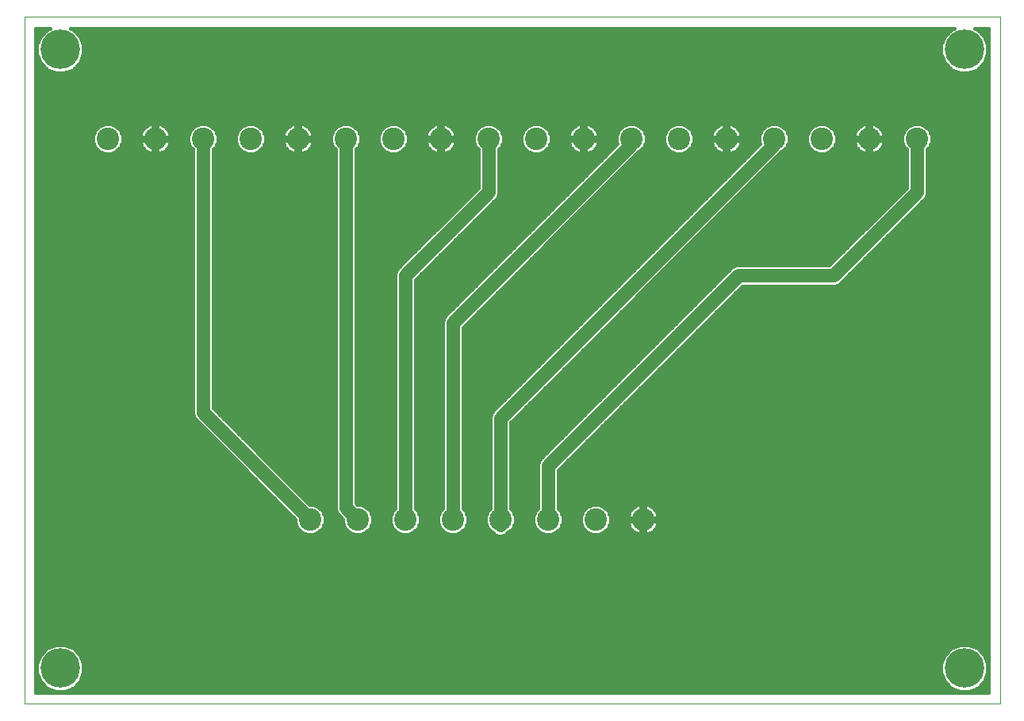
<source format=gtl>
G75*
%MOIN*%
%OFA0B0*%
%FSLAX25Y25*%
%IPPOS*%
%LPD*%
%AMOC8*
5,1,8,0,0,1.08239X$1,22.5*
%
%ADD10C,0.00000*%
%ADD11C,0.09449*%
%ADD12C,0.01600*%
%ADD13C,0.05600*%
%ADD14C,0.16598*%
D10*
X0001800Y0001800D02*
X0001800Y0290501D01*
X0411721Y0290501D01*
X0411721Y0001800D01*
X0001800Y0001800D01*
D11*
X0121800Y0079300D03*
X0141800Y0079300D03*
X0161800Y0079300D03*
X0181800Y0079300D03*
X0201800Y0079300D03*
X0221800Y0079300D03*
X0241800Y0079300D03*
X0261800Y0079300D03*
X0256800Y0239300D03*
X0276800Y0239300D03*
X0296800Y0239300D03*
X0316800Y0239300D03*
X0336800Y0239300D03*
X0356800Y0239300D03*
X0376800Y0239300D03*
X0236800Y0239300D03*
X0216800Y0239300D03*
X0196800Y0239300D03*
X0176800Y0239300D03*
X0156800Y0239300D03*
X0136800Y0239300D03*
X0116800Y0239300D03*
X0096800Y0239300D03*
X0076800Y0239300D03*
X0056800Y0239300D03*
X0036800Y0239300D03*
D12*
X0030998Y0236781D02*
X0006600Y0236781D01*
X0006600Y0235183D02*
X0031973Y0235183D01*
X0031438Y0235718D02*
X0033218Y0233938D01*
X0035542Y0232976D01*
X0038058Y0232976D01*
X0040382Y0233938D01*
X0042162Y0235718D01*
X0043124Y0238042D01*
X0043124Y0240558D01*
X0042162Y0242882D01*
X0040382Y0244662D01*
X0038058Y0245624D01*
X0035542Y0245624D01*
X0033218Y0244662D01*
X0031438Y0242882D01*
X0030476Y0240558D01*
X0030476Y0238042D01*
X0031438Y0235718D01*
X0030476Y0238380D02*
X0006600Y0238380D01*
X0006600Y0239978D02*
X0030476Y0239978D01*
X0030898Y0241577D02*
X0006600Y0241577D01*
X0006600Y0243175D02*
X0031731Y0243175D01*
X0033488Y0244774D02*
X0006600Y0244774D01*
X0006600Y0246372D02*
X0406921Y0246372D01*
X0406921Y0244774D02*
X0380112Y0244774D01*
X0380382Y0244662D02*
X0378058Y0245624D01*
X0375542Y0245624D01*
X0373218Y0244662D01*
X0371438Y0242882D01*
X0370476Y0240558D01*
X0370476Y0238042D01*
X0371438Y0235718D01*
X0372400Y0234756D01*
X0372400Y0218623D01*
X0339977Y0186200D01*
X0300925Y0186200D01*
X0299308Y0185530D01*
X0219308Y0105530D01*
X0218070Y0104292D01*
X0217400Y0102675D01*
X0217400Y0083844D01*
X0216438Y0082882D01*
X0215476Y0080558D01*
X0215476Y0078042D01*
X0216438Y0075718D01*
X0218218Y0073938D01*
X0220542Y0072976D01*
X0223058Y0072976D01*
X0225382Y0073938D01*
X0227162Y0075718D01*
X0228124Y0078042D01*
X0228124Y0080558D01*
X0227162Y0082882D01*
X0226200Y0083844D01*
X0226200Y0099977D01*
X0303623Y0177400D01*
X0342675Y0177400D01*
X0344292Y0178070D01*
X0345530Y0179308D01*
X0380530Y0214308D01*
X0381200Y0215925D01*
X0381200Y0234756D01*
X0382162Y0235718D01*
X0383124Y0238042D01*
X0383124Y0240558D01*
X0382162Y0242882D01*
X0380382Y0244662D01*
X0381869Y0243175D02*
X0406921Y0243175D01*
X0406921Y0241577D02*
X0382702Y0241577D01*
X0383124Y0239978D02*
X0406921Y0239978D01*
X0406921Y0238380D02*
X0383124Y0238380D01*
X0382602Y0236781D02*
X0406921Y0236781D01*
X0406921Y0235183D02*
X0381627Y0235183D01*
X0381200Y0233584D02*
X0406921Y0233584D01*
X0406921Y0231986D02*
X0381200Y0231986D01*
X0381200Y0230387D02*
X0406921Y0230387D01*
X0406921Y0228789D02*
X0381200Y0228789D01*
X0381200Y0227190D02*
X0406921Y0227190D01*
X0406921Y0225592D02*
X0381200Y0225592D01*
X0381200Y0223993D02*
X0406921Y0223993D01*
X0406921Y0222395D02*
X0381200Y0222395D01*
X0381200Y0220796D02*
X0406921Y0220796D01*
X0406921Y0219198D02*
X0381200Y0219198D01*
X0381200Y0217599D02*
X0406921Y0217599D01*
X0406921Y0216001D02*
X0381200Y0216001D01*
X0380569Y0214402D02*
X0406921Y0214402D01*
X0406921Y0212803D02*
X0379026Y0212803D01*
X0377428Y0211205D02*
X0406921Y0211205D01*
X0406921Y0209606D02*
X0375829Y0209606D01*
X0374230Y0208008D02*
X0406921Y0208008D01*
X0406921Y0206409D02*
X0372632Y0206409D01*
X0371033Y0204811D02*
X0406921Y0204811D01*
X0406921Y0203212D02*
X0369435Y0203212D01*
X0367836Y0201614D02*
X0406921Y0201614D01*
X0406921Y0200015D02*
X0366238Y0200015D01*
X0364639Y0198417D02*
X0406921Y0198417D01*
X0406921Y0196818D02*
X0363041Y0196818D01*
X0361442Y0195220D02*
X0406921Y0195220D01*
X0406921Y0193621D02*
X0359844Y0193621D01*
X0358245Y0192023D02*
X0406921Y0192023D01*
X0406921Y0190424D02*
X0356647Y0190424D01*
X0355048Y0188826D02*
X0406921Y0188826D01*
X0406921Y0187227D02*
X0353450Y0187227D01*
X0351851Y0185629D02*
X0406921Y0185629D01*
X0406921Y0184030D02*
X0350253Y0184030D01*
X0348654Y0182432D02*
X0406921Y0182432D01*
X0406921Y0180833D02*
X0347056Y0180833D01*
X0345457Y0179235D02*
X0406921Y0179235D01*
X0406921Y0177636D02*
X0343246Y0177636D01*
X0341005Y0187227D02*
X0273450Y0187227D01*
X0271851Y0185629D02*
X0299546Y0185629D01*
X0297808Y0184030D02*
X0270253Y0184030D01*
X0268654Y0182432D02*
X0296209Y0182432D01*
X0294611Y0180833D02*
X0267056Y0180833D01*
X0265457Y0179235D02*
X0293012Y0179235D01*
X0291414Y0177636D02*
X0263859Y0177636D01*
X0262260Y0176038D02*
X0289815Y0176038D01*
X0288217Y0174439D02*
X0260662Y0174439D01*
X0259063Y0172841D02*
X0286618Y0172841D01*
X0285020Y0171242D02*
X0257465Y0171242D01*
X0255866Y0169644D02*
X0283421Y0169644D01*
X0281823Y0168045D02*
X0254268Y0168045D01*
X0252669Y0166447D02*
X0280224Y0166447D01*
X0278626Y0164848D02*
X0251071Y0164848D01*
X0249472Y0163250D02*
X0277027Y0163250D01*
X0275429Y0161651D02*
X0247874Y0161651D01*
X0246275Y0160053D02*
X0273830Y0160053D01*
X0272232Y0158454D02*
X0244677Y0158454D01*
X0243078Y0156856D02*
X0270633Y0156856D01*
X0269035Y0155257D02*
X0241480Y0155257D01*
X0239881Y0153659D02*
X0267436Y0153659D01*
X0265838Y0152060D02*
X0238283Y0152060D01*
X0236684Y0150462D02*
X0264239Y0150462D01*
X0262641Y0148863D02*
X0235086Y0148863D01*
X0233487Y0147265D02*
X0261042Y0147265D01*
X0259443Y0145666D02*
X0231889Y0145666D01*
X0230290Y0144068D02*
X0257845Y0144068D01*
X0256246Y0142469D02*
X0228692Y0142469D01*
X0227093Y0140870D02*
X0254648Y0140870D01*
X0253049Y0139272D02*
X0225495Y0139272D01*
X0223896Y0137673D02*
X0251451Y0137673D01*
X0249852Y0136075D02*
X0222297Y0136075D01*
X0220699Y0134476D02*
X0248254Y0134476D01*
X0246655Y0132878D02*
X0219100Y0132878D01*
X0217502Y0131279D02*
X0245057Y0131279D01*
X0243458Y0129681D02*
X0215903Y0129681D01*
X0214305Y0128082D02*
X0241860Y0128082D01*
X0240261Y0126484D02*
X0212706Y0126484D01*
X0211108Y0124885D02*
X0238663Y0124885D01*
X0237064Y0123287D02*
X0209509Y0123287D01*
X0207911Y0121688D02*
X0235466Y0121688D01*
X0233867Y0120090D02*
X0206312Y0120090D01*
X0206200Y0119977D02*
X0320004Y0233782D01*
X0320382Y0233938D01*
X0322162Y0235718D01*
X0323124Y0238042D01*
X0323124Y0240558D01*
X0322162Y0242882D01*
X0320382Y0244662D01*
X0318058Y0245624D01*
X0315542Y0245624D01*
X0313218Y0244662D01*
X0311438Y0242882D01*
X0310476Y0240558D01*
X0310476Y0238042D01*
X0310869Y0237092D01*
X0199308Y0125530D01*
X0198070Y0124292D01*
X0197400Y0122675D01*
X0197400Y0083844D01*
X0196438Y0082882D01*
X0195476Y0080558D01*
X0195476Y0078042D01*
X0196438Y0075718D01*
X0198218Y0073938D01*
X0198596Y0073782D01*
X0199308Y0073070D01*
X0200925Y0072400D01*
X0202675Y0072400D01*
X0204292Y0073070D01*
X0205004Y0073782D01*
X0205382Y0073938D01*
X0207162Y0075718D01*
X0208124Y0078042D01*
X0208124Y0080558D01*
X0207162Y0082882D01*
X0206200Y0083844D01*
X0206200Y0119977D01*
X0206200Y0118491D02*
X0232269Y0118491D01*
X0230670Y0116893D02*
X0206200Y0116893D01*
X0206200Y0115294D02*
X0229072Y0115294D01*
X0227473Y0113696D02*
X0206200Y0113696D01*
X0206200Y0112097D02*
X0225875Y0112097D01*
X0224276Y0110499D02*
X0206200Y0110499D01*
X0206200Y0108900D02*
X0222678Y0108900D01*
X0221079Y0107302D02*
X0206200Y0107302D01*
X0206200Y0105703D02*
X0219481Y0105703D01*
X0217992Y0104105D02*
X0206200Y0104105D01*
X0206200Y0102506D02*
X0217400Y0102506D01*
X0217400Y0100908D02*
X0206200Y0100908D01*
X0206200Y0099309D02*
X0217400Y0099309D01*
X0217400Y0097711D02*
X0206200Y0097711D01*
X0206200Y0096112D02*
X0217400Y0096112D01*
X0217400Y0094514D02*
X0206200Y0094514D01*
X0206200Y0092915D02*
X0217400Y0092915D01*
X0217400Y0091317D02*
X0206200Y0091317D01*
X0206200Y0089718D02*
X0217400Y0089718D01*
X0217400Y0088120D02*
X0206200Y0088120D01*
X0206200Y0086521D02*
X0217400Y0086521D01*
X0217400Y0084923D02*
X0206200Y0084923D01*
X0206720Y0083324D02*
X0216880Y0083324D01*
X0215959Y0081726D02*
X0207641Y0081726D01*
X0208124Y0080127D02*
X0215476Y0080127D01*
X0215476Y0078529D02*
X0208124Y0078529D01*
X0207664Y0076930D02*
X0215936Y0076930D01*
X0216824Y0075332D02*
X0206776Y0075332D01*
X0204956Y0073733D02*
X0218713Y0073733D01*
X0224887Y0073733D02*
X0238713Y0073733D01*
X0238218Y0073938D02*
X0240542Y0072976D01*
X0243058Y0072976D01*
X0245382Y0073938D01*
X0247162Y0075718D01*
X0248124Y0078042D01*
X0248124Y0080558D01*
X0247162Y0082882D01*
X0245382Y0084662D01*
X0243058Y0085624D01*
X0240542Y0085624D01*
X0238218Y0084662D01*
X0236438Y0082882D01*
X0235476Y0080558D01*
X0235476Y0078042D01*
X0236438Y0075718D01*
X0238218Y0073938D01*
X0236824Y0075332D02*
X0226776Y0075332D01*
X0227664Y0076930D02*
X0235936Y0076930D01*
X0235476Y0078529D02*
X0228124Y0078529D01*
X0228124Y0080127D02*
X0235476Y0080127D01*
X0235959Y0081726D02*
X0227641Y0081726D01*
X0226720Y0083324D02*
X0236880Y0083324D01*
X0238848Y0084923D02*
X0226200Y0084923D01*
X0226200Y0086521D02*
X0406921Y0086521D01*
X0406921Y0084923D02*
X0265110Y0084923D01*
X0265433Y0084736D02*
X0264692Y0085164D01*
X0263902Y0085491D01*
X0263076Y0085713D01*
X0262575Y0085779D01*
X0262575Y0080075D01*
X0268279Y0080075D01*
X0268213Y0080576D01*
X0267991Y0081402D01*
X0267664Y0082192D01*
X0267236Y0082933D01*
X0266716Y0083611D01*
X0266111Y0084216D01*
X0265433Y0084736D01*
X0266936Y0083324D02*
X0406921Y0083324D01*
X0406921Y0081726D02*
X0267857Y0081726D01*
X0268272Y0080127D02*
X0406921Y0080127D01*
X0406921Y0078529D02*
X0262575Y0078529D01*
X0262575Y0078525D02*
X0262575Y0080075D01*
X0261025Y0080075D01*
X0261025Y0085779D01*
X0260524Y0085713D01*
X0259698Y0085491D01*
X0258908Y0085164D01*
X0258167Y0084736D01*
X0257489Y0084216D01*
X0256884Y0083611D01*
X0256364Y0082933D01*
X0255936Y0082192D01*
X0255609Y0081402D01*
X0255387Y0080576D01*
X0255321Y0080075D01*
X0261025Y0080075D01*
X0261025Y0078525D01*
X0262575Y0078525D01*
X0268279Y0078525D01*
X0268213Y0078024D01*
X0267991Y0077198D01*
X0267664Y0076408D01*
X0267236Y0075667D01*
X0266716Y0074989D01*
X0266111Y0074384D01*
X0265433Y0073864D01*
X0264692Y0073436D01*
X0263902Y0073109D01*
X0263076Y0072887D01*
X0262575Y0072821D01*
X0262575Y0078525D01*
X0261025Y0078525D02*
X0261025Y0072821D01*
X0260524Y0072887D01*
X0259698Y0073109D01*
X0258908Y0073436D01*
X0258167Y0073864D01*
X0257489Y0074384D01*
X0256884Y0074989D01*
X0256364Y0075667D01*
X0255936Y0076408D01*
X0255609Y0077198D01*
X0255387Y0078024D01*
X0255321Y0078525D01*
X0261025Y0078525D01*
X0261025Y0078529D02*
X0248124Y0078529D01*
X0248124Y0080127D02*
X0255328Y0080127D01*
X0255743Y0081726D02*
X0247641Y0081726D01*
X0246720Y0083324D02*
X0256664Y0083324D01*
X0258490Y0084923D02*
X0244752Y0084923D01*
X0247664Y0076930D02*
X0255720Y0076930D01*
X0256621Y0075332D02*
X0246776Y0075332D01*
X0244887Y0073733D02*
X0258393Y0073733D01*
X0261025Y0073733D02*
X0262575Y0073733D01*
X0262575Y0075332D02*
X0261025Y0075332D01*
X0261025Y0076930D02*
X0262575Y0076930D01*
X0262575Y0080127D02*
X0261025Y0080127D01*
X0261025Y0081726D02*
X0262575Y0081726D01*
X0262575Y0083324D02*
X0261025Y0083324D01*
X0261025Y0084923D02*
X0262575Y0084923D01*
X0267880Y0076930D02*
X0406921Y0076930D01*
X0406921Y0075332D02*
X0266979Y0075332D01*
X0265207Y0073733D02*
X0406921Y0073733D01*
X0406921Y0072134D02*
X0006600Y0072134D01*
X0006600Y0070536D02*
X0406921Y0070536D01*
X0406921Y0068937D02*
X0006600Y0068937D01*
X0006600Y0067339D02*
X0406921Y0067339D01*
X0406921Y0065740D02*
X0006600Y0065740D01*
X0006600Y0064142D02*
X0406921Y0064142D01*
X0406921Y0062543D02*
X0006600Y0062543D01*
X0006600Y0060945D02*
X0406921Y0060945D01*
X0406921Y0059346D02*
X0006600Y0059346D01*
X0006600Y0057748D02*
X0406921Y0057748D01*
X0406921Y0056149D02*
X0006600Y0056149D01*
X0006600Y0054551D02*
X0406921Y0054551D01*
X0406921Y0052952D02*
X0006600Y0052952D01*
X0006600Y0051354D02*
X0406921Y0051354D01*
X0406921Y0049755D02*
X0006600Y0049755D01*
X0006600Y0048157D02*
X0406921Y0048157D01*
X0406921Y0046558D02*
X0006600Y0046558D01*
X0006600Y0044960D02*
X0406921Y0044960D01*
X0406921Y0043361D02*
X0006600Y0043361D01*
X0006600Y0041763D02*
X0406921Y0041763D01*
X0406921Y0040164D02*
X0006600Y0040164D01*
X0006600Y0038566D02*
X0406921Y0038566D01*
X0406921Y0036967D02*
X0006600Y0036967D01*
X0006600Y0035369D02*
X0406921Y0035369D01*
X0406921Y0033770D02*
X0006600Y0033770D01*
X0006600Y0032172D02*
X0406921Y0032172D01*
X0406921Y0030573D02*
X0006600Y0030573D01*
X0006600Y0028975D02*
X0406921Y0028975D01*
X0406921Y0027376D02*
X0006600Y0027376D01*
X0006600Y0025778D02*
X0012606Y0025778D01*
X0011193Y0025192D02*
X0008408Y0022407D01*
X0006901Y0018769D01*
X0006901Y0014831D01*
X0008408Y0011193D01*
X0011193Y0008408D01*
X0014831Y0006901D01*
X0018769Y0006901D01*
X0022407Y0008408D01*
X0025192Y0011193D01*
X0026699Y0014831D01*
X0026699Y0018769D01*
X0025192Y0022407D01*
X0022407Y0025192D01*
X0018769Y0026699D01*
X0014831Y0026699D01*
X0011193Y0025192D01*
X0010180Y0024179D02*
X0006600Y0024179D01*
X0006600Y0022581D02*
X0008581Y0022581D01*
X0007817Y0020982D02*
X0006600Y0020982D01*
X0006600Y0019384D02*
X0007155Y0019384D01*
X0006901Y0017785D02*
X0006600Y0017785D01*
X0006600Y0016187D02*
X0006901Y0016187D01*
X0007001Y0014588D02*
X0006600Y0014588D01*
X0006600Y0012990D02*
X0007663Y0012990D01*
X0008326Y0011391D02*
X0006600Y0011391D01*
X0006600Y0009793D02*
X0009808Y0009793D01*
X0011709Y0008194D02*
X0006600Y0008194D01*
X0006600Y0006600D02*
X0006600Y0285701D01*
X0012421Y0285701D01*
X0011193Y0285192D01*
X0008408Y0282407D01*
X0006901Y0278769D01*
X0006901Y0274831D01*
X0008408Y0271193D01*
X0011193Y0268408D01*
X0014831Y0266901D01*
X0018769Y0266901D01*
X0022407Y0268408D01*
X0025192Y0271193D01*
X0026699Y0274831D01*
X0026699Y0278769D01*
X0025192Y0282407D01*
X0022407Y0285192D01*
X0021179Y0285701D01*
X0392421Y0285701D01*
X0391193Y0285192D01*
X0388408Y0282407D01*
X0386901Y0278769D01*
X0386901Y0274831D01*
X0388408Y0271193D01*
X0391193Y0268408D01*
X0394831Y0266901D01*
X0398769Y0266901D01*
X0402407Y0268408D01*
X0405192Y0271193D01*
X0406699Y0274831D01*
X0406699Y0278769D01*
X0405192Y0282407D01*
X0402407Y0285192D01*
X0401179Y0285701D01*
X0406921Y0285701D01*
X0406921Y0006600D01*
X0006600Y0006600D01*
X0021891Y0008194D02*
X0391709Y0008194D01*
X0391193Y0008408D02*
X0394831Y0006901D01*
X0398769Y0006901D01*
X0402407Y0008408D01*
X0405192Y0011193D01*
X0406699Y0014831D01*
X0406699Y0018769D01*
X0405192Y0022407D01*
X0402407Y0025192D01*
X0398769Y0026699D01*
X0394831Y0026699D01*
X0391193Y0025192D01*
X0388408Y0022407D01*
X0386901Y0018769D01*
X0386901Y0014831D01*
X0388408Y0011193D01*
X0391193Y0008408D01*
X0389808Y0009793D02*
X0023792Y0009793D01*
X0025274Y0011391D02*
X0388326Y0011391D01*
X0387663Y0012990D02*
X0025936Y0012990D01*
X0026599Y0014588D02*
X0387001Y0014588D01*
X0386901Y0016187D02*
X0026699Y0016187D01*
X0026699Y0017785D02*
X0386901Y0017785D01*
X0387155Y0019384D02*
X0026445Y0019384D01*
X0025783Y0020982D02*
X0387817Y0020982D01*
X0388581Y0022581D02*
X0025019Y0022581D01*
X0023420Y0024179D02*
X0390180Y0024179D01*
X0392606Y0025778D02*
X0020994Y0025778D01*
X0006600Y0073733D02*
X0118713Y0073733D01*
X0118218Y0073938D02*
X0120542Y0072976D01*
X0123058Y0072976D01*
X0125382Y0073938D01*
X0127162Y0075718D01*
X0128124Y0078042D01*
X0128124Y0080558D01*
X0127162Y0082882D01*
X0125382Y0084662D01*
X0123058Y0085624D01*
X0121698Y0085624D01*
X0081200Y0126123D01*
X0081200Y0234756D01*
X0082162Y0235718D01*
X0083124Y0238042D01*
X0083124Y0240558D01*
X0082162Y0242882D01*
X0080382Y0244662D01*
X0078058Y0245624D01*
X0075542Y0245624D01*
X0073218Y0244662D01*
X0071438Y0242882D01*
X0070476Y0240558D01*
X0070476Y0238042D01*
X0071438Y0235718D01*
X0072400Y0234756D01*
X0072400Y0123425D01*
X0073070Y0121808D01*
X0115476Y0079402D01*
X0115476Y0078042D01*
X0116438Y0075718D01*
X0118218Y0073938D01*
X0116824Y0075332D02*
X0006600Y0075332D01*
X0006600Y0076930D02*
X0115936Y0076930D01*
X0115476Y0078529D02*
X0006600Y0078529D01*
X0006600Y0080127D02*
X0114750Y0080127D01*
X0113152Y0081726D02*
X0006600Y0081726D01*
X0006600Y0083324D02*
X0111553Y0083324D01*
X0109955Y0084923D02*
X0006600Y0084923D01*
X0006600Y0086521D02*
X0108356Y0086521D01*
X0106758Y0088120D02*
X0006600Y0088120D01*
X0006600Y0089718D02*
X0105159Y0089718D01*
X0103561Y0091317D02*
X0006600Y0091317D01*
X0006600Y0092915D02*
X0101962Y0092915D01*
X0100364Y0094514D02*
X0006600Y0094514D01*
X0006600Y0096112D02*
X0098765Y0096112D01*
X0097167Y0097711D02*
X0006600Y0097711D01*
X0006600Y0099309D02*
X0095568Y0099309D01*
X0093970Y0100908D02*
X0006600Y0100908D01*
X0006600Y0102506D02*
X0092371Y0102506D01*
X0090773Y0104105D02*
X0006600Y0104105D01*
X0006600Y0105703D02*
X0089174Y0105703D01*
X0087576Y0107302D02*
X0006600Y0107302D01*
X0006600Y0108900D02*
X0085977Y0108900D01*
X0084379Y0110499D02*
X0006600Y0110499D01*
X0006600Y0112097D02*
X0082780Y0112097D01*
X0081182Y0113696D02*
X0006600Y0113696D01*
X0006600Y0115294D02*
X0079583Y0115294D01*
X0077985Y0116893D02*
X0006600Y0116893D01*
X0006600Y0118491D02*
X0076386Y0118491D01*
X0074788Y0120090D02*
X0006600Y0120090D01*
X0006600Y0121688D02*
X0073189Y0121688D01*
X0072457Y0123287D02*
X0006600Y0123287D01*
X0006600Y0124885D02*
X0072400Y0124885D01*
X0072400Y0126484D02*
X0006600Y0126484D01*
X0006600Y0128082D02*
X0072400Y0128082D01*
X0072400Y0129681D02*
X0006600Y0129681D01*
X0006600Y0131279D02*
X0072400Y0131279D01*
X0072400Y0132878D02*
X0006600Y0132878D01*
X0006600Y0134476D02*
X0072400Y0134476D01*
X0072400Y0136075D02*
X0006600Y0136075D01*
X0006600Y0137673D02*
X0072400Y0137673D01*
X0072400Y0139272D02*
X0006600Y0139272D01*
X0006600Y0140870D02*
X0072400Y0140870D01*
X0072400Y0142469D02*
X0006600Y0142469D01*
X0006600Y0144068D02*
X0072400Y0144068D01*
X0072400Y0145666D02*
X0006600Y0145666D01*
X0006600Y0147265D02*
X0072400Y0147265D01*
X0072400Y0148863D02*
X0006600Y0148863D01*
X0006600Y0150462D02*
X0072400Y0150462D01*
X0072400Y0152060D02*
X0006600Y0152060D01*
X0006600Y0153659D02*
X0072400Y0153659D01*
X0072400Y0155257D02*
X0006600Y0155257D01*
X0006600Y0156856D02*
X0072400Y0156856D01*
X0072400Y0158454D02*
X0006600Y0158454D01*
X0006600Y0160053D02*
X0072400Y0160053D01*
X0072400Y0161651D02*
X0006600Y0161651D01*
X0006600Y0163250D02*
X0072400Y0163250D01*
X0072400Y0164848D02*
X0006600Y0164848D01*
X0006600Y0166447D02*
X0072400Y0166447D01*
X0072400Y0168045D02*
X0006600Y0168045D01*
X0006600Y0169644D02*
X0072400Y0169644D01*
X0072400Y0171242D02*
X0006600Y0171242D01*
X0006600Y0172841D02*
X0072400Y0172841D01*
X0072400Y0174439D02*
X0006600Y0174439D01*
X0006600Y0176038D02*
X0072400Y0176038D01*
X0072400Y0177636D02*
X0006600Y0177636D01*
X0006600Y0179235D02*
X0072400Y0179235D01*
X0072400Y0180833D02*
X0006600Y0180833D01*
X0006600Y0182432D02*
X0072400Y0182432D01*
X0072400Y0184030D02*
X0006600Y0184030D01*
X0006600Y0185629D02*
X0072400Y0185629D01*
X0072400Y0187227D02*
X0006600Y0187227D01*
X0006600Y0188826D02*
X0072400Y0188826D01*
X0072400Y0190424D02*
X0006600Y0190424D01*
X0006600Y0192023D02*
X0072400Y0192023D01*
X0072400Y0193621D02*
X0006600Y0193621D01*
X0006600Y0195220D02*
X0072400Y0195220D01*
X0072400Y0196818D02*
X0006600Y0196818D01*
X0006600Y0198417D02*
X0072400Y0198417D01*
X0072400Y0200015D02*
X0006600Y0200015D01*
X0006600Y0201614D02*
X0072400Y0201614D01*
X0072400Y0203212D02*
X0006600Y0203212D01*
X0006600Y0204811D02*
X0072400Y0204811D01*
X0072400Y0206409D02*
X0006600Y0206409D01*
X0006600Y0208008D02*
X0072400Y0208008D01*
X0072400Y0209606D02*
X0006600Y0209606D01*
X0006600Y0211205D02*
X0072400Y0211205D01*
X0072400Y0212803D02*
X0006600Y0212803D01*
X0006600Y0214402D02*
X0072400Y0214402D01*
X0072400Y0216001D02*
X0006600Y0216001D01*
X0006600Y0217599D02*
X0072400Y0217599D01*
X0072400Y0219198D02*
X0006600Y0219198D01*
X0006600Y0220796D02*
X0072400Y0220796D01*
X0072400Y0222395D02*
X0006600Y0222395D01*
X0006600Y0223993D02*
X0072400Y0223993D01*
X0072400Y0225592D02*
X0006600Y0225592D01*
X0006600Y0227190D02*
X0072400Y0227190D01*
X0072400Y0228789D02*
X0006600Y0228789D01*
X0006600Y0230387D02*
X0072400Y0230387D01*
X0072400Y0231986D02*
X0006600Y0231986D01*
X0006600Y0233584D02*
X0034073Y0233584D01*
X0039527Y0233584D02*
X0053651Y0233584D01*
X0053908Y0233436D02*
X0053167Y0233864D01*
X0052489Y0234384D01*
X0051884Y0234989D01*
X0051364Y0235667D01*
X0050936Y0236408D01*
X0050609Y0237198D01*
X0050387Y0238024D01*
X0050321Y0238525D01*
X0056025Y0238525D01*
X0057575Y0238525D01*
X0057575Y0240075D01*
X0063279Y0240075D01*
X0063213Y0240576D01*
X0062991Y0241402D01*
X0062664Y0242192D01*
X0062236Y0242933D01*
X0061716Y0243611D01*
X0061111Y0244216D01*
X0060433Y0244736D01*
X0059692Y0245164D01*
X0058902Y0245491D01*
X0058076Y0245713D01*
X0057575Y0245779D01*
X0057575Y0240075D01*
X0056025Y0240075D01*
X0056025Y0245779D01*
X0055524Y0245713D01*
X0054698Y0245491D01*
X0053908Y0245164D01*
X0053167Y0244736D01*
X0052489Y0244216D01*
X0051884Y0243611D01*
X0051364Y0242933D01*
X0050936Y0242192D01*
X0050609Y0241402D01*
X0050387Y0240576D01*
X0050321Y0240075D01*
X0056025Y0240075D01*
X0056025Y0238525D01*
X0056025Y0232821D01*
X0055524Y0232887D01*
X0054698Y0233109D01*
X0053908Y0233436D01*
X0056025Y0233584D02*
X0057575Y0233584D01*
X0057575Y0232821D02*
X0058076Y0232887D01*
X0058902Y0233109D01*
X0059692Y0233436D01*
X0060433Y0233864D01*
X0061111Y0234384D01*
X0061716Y0234989D01*
X0062236Y0235667D01*
X0062664Y0236408D01*
X0062991Y0237198D01*
X0063213Y0238024D01*
X0063279Y0238525D01*
X0057575Y0238525D01*
X0057575Y0232821D01*
X0057575Y0235183D02*
X0056025Y0235183D01*
X0056025Y0236781D02*
X0057575Y0236781D01*
X0057575Y0238380D02*
X0056025Y0238380D01*
X0056025Y0239978D02*
X0043124Y0239978D01*
X0043124Y0238380D02*
X0050340Y0238380D01*
X0050781Y0236781D02*
X0042602Y0236781D01*
X0041627Y0235183D02*
X0051736Y0235183D01*
X0057575Y0239978D02*
X0070476Y0239978D01*
X0070476Y0238380D02*
X0063260Y0238380D01*
X0062819Y0236781D02*
X0070998Y0236781D01*
X0071973Y0235183D02*
X0061864Y0235183D01*
X0059949Y0233584D02*
X0072400Y0233584D01*
X0081200Y0233584D02*
X0094073Y0233584D01*
X0093218Y0233938D02*
X0095542Y0232976D01*
X0098058Y0232976D01*
X0100382Y0233938D01*
X0102162Y0235718D01*
X0103124Y0238042D01*
X0103124Y0240558D01*
X0102162Y0242882D01*
X0100382Y0244662D01*
X0098058Y0245624D01*
X0095542Y0245624D01*
X0093218Y0244662D01*
X0091438Y0242882D01*
X0090476Y0240558D01*
X0090476Y0238042D01*
X0091438Y0235718D01*
X0093218Y0233938D01*
X0091973Y0235183D02*
X0081627Y0235183D01*
X0082602Y0236781D02*
X0090998Y0236781D01*
X0090476Y0238380D02*
X0083124Y0238380D01*
X0083124Y0239978D02*
X0090476Y0239978D01*
X0090898Y0241577D02*
X0082702Y0241577D01*
X0081869Y0243175D02*
X0091731Y0243175D01*
X0093488Y0244774D02*
X0080112Y0244774D01*
X0073488Y0244774D02*
X0060368Y0244774D01*
X0062050Y0243175D02*
X0071731Y0243175D01*
X0070898Y0241577D02*
X0062919Y0241577D01*
X0057575Y0241577D02*
X0056025Y0241577D01*
X0056025Y0243175D02*
X0057575Y0243175D01*
X0057575Y0244774D02*
X0056025Y0244774D01*
X0053232Y0244774D02*
X0040112Y0244774D01*
X0041869Y0243175D02*
X0051550Y0243175D01*
X0050681Y0241577D02*
X0042702Y0241577D01*
X0019378Y0267153D02*
X0394222Y0267153D01*
X0390849Y0268751D02*
X0022751Y0268751D01*
X0024349Y0270350D02*
X0389250Y0270350D01*
X0388095Y0271948D02*
X0025505Y0271948D01*
X0026167Y0273547D02*
X0387433Y0273547D01*
X0386901Y0275145D02*
X0026699Y0275145D01*
X0026699Y0276744D02*
X0386901Y0276744D01*
X0386901Y0278342D02*
X0026699Y0278342D01*
X0026214Y0279941D02*
X0387386Y0279941D01*
X0388048Y0281539D02*
X0025552Y0281539D01*
X0024462Y0283138D02*
X0389138Y0283138D01*
X0390737Y0284737D02*
X0022863Y0284737D01*
X0010737Y0284737D02*
X0006600Y0284737D01*
X0006600Y0283138D02*
X0009138Y0283138D01*
X0008048Y0281539D02*
X0006600Y0281539D01*
X0006600Y0279941D02*
X0007386Y0279941D01*
X0006901Y0278342D02*
X0006600Y0278342D01*
X0006600Y0276744D02*
X0006901Y0276744D01*
X0006901Y0275145D02*
X0006600Y0275145D01*
X0006600Y0273547D02*
X0007433Y0273547D01*
X0008095Y0271948D02*
X0006600Y0271948D01*
X0006600Y0270350D02*
X0009250Y0270350D01*
X0010849Y0268751D02*
X0006600Y0268751D01*
X0006600Y0267153D02*
X0014222Y0267153D01*
X0006600Y0265554D02*
X0406921Y0265554D01*
X0406921Y0263956D02*
X0006600Y0263956D01*
X0006600Y0262357D02*
X0406921Y0262357D01*
X0406921Y0260759D02*
X0006600Y0260759D01*
X0006600Y0259160D02*
X0406921Y0259160D01*
X0406921Y0257562D02*
X0006600Y0257562D01*
X0006600Y0255963D02*
X0406921Y0255963D01*
X0406921Y0254365D02*
X0006600Y0254365D01*
X0006600Y0252766D02*
X0406921Y0252766D01*
X0406921Y0251168D02*
X0006600Y0251168D01*
X0006600Y0249569D02*
X0406921Y0249569D01*
X0406921Y0247971D02*
X0006600Y0247971D01*
X0081200Y0231986D02*
X0132400Y0231986D01*
X0132400Y0233584D02*
X0119949Y0233584D01*
X0119692Y0233436D02*
X0120433Y0233864D01*
X0121111Y0234384D01*
X0121716Y0234989D01*
X0122236Y0235667D01*
X0122664Y0236408D01*
X0122991Y0237198D01*
X0123213Y0238024D01*
X0123279Y0238525D01*
X0117575Y0238525D01*
X0117575Y0240075D01*
X0123279Y0240075D01*
X0123213Y0240576D01*
X0122991Y0241402D01*
X0122664Y0242192D01*
X0122236Y0242933D01*
X0121716Y0243611D01*
X0121111Y0244216D01*
X0120433Y0244736D01*
X0119692Y0245164D01*
X0118902Y0245491D01*
X0118076Y0245713D01*
X0117575Y0245779D01*
X0117575Y0240075D01*
X0116025Y0240075D01*
X0116025Y0245779D01*
X0115524Y0245713D01*
X0114698Y0245491D01*
X0113908Y0245164D01*
X0113167Y0244736D01*
X0112489Y0244216D01*
X0111884Y0243611D01*
X0111364Y0242933D01*
X0110936Y0242192D01*
X0110609Y0241402D01*
X0110387Y0240576D01*
X0110321Y0240075D01*
X0116025Y0240075D01*
X0116025Y0238525D01*
X0117575Y0238525D01*
X0117575Y0232821D01*
X0118076Y0232887D01*
X0118902Y0233109D01*
X0119692Y0233436D01*
X0117575Y0233584D02*
X0116025Y0233584D01*
X0116025Y0232821D02*
X0116025Y0238525D01*
X0110321Y0238525D01*
X0110387Y0238024D01*
X0110609Y0237198D01*
X0110936Y0236408D01*
X0111364Y0235667D01*
X0111884Y0234989D01*
X0112489Y0234384D01*
X0113167Y0233864D01*
X0113908Y0233436D01*
X0114698Y0233109D01*
X0115524Y0232887D01*
X0116025Y0232821D01*
X0116025Y0235183D02*
X0117575Y0235183D01*
X0117575Y0236781D02*
X0116025Y0236781D01*
X0116025Y0238380D02*
X0117575Y0238380D01*
X0117575Y0239978D02*
X0130476Y0239978D01*
X0130476Y0240558D02*
X0130476Y0238042D01*
X0131438Y0235718D01*
X0132400Y0234756D01*
X0132400Y0083425D01*
X0133070Y0081808D01*
X0135476Y0079402D01*
X0135476Y0078042D01*
X0136438Y0075718D01*
X0138218Y0073938D01*
X0140542Y0072976D01*
X0143058Y0072976D01*
X0145382Y0073938D01*
X0147162Y0075718D01*
X0148124Y0078042D01*
X0148124Y0080558D01*
X0147162Y0082882D01*
X0145382Y0084662D01*
X0143058Y0085624D01*
X0141698Y0085624D01*
X0141200Y0086123D01*
X0141200Y0234756D01*
X0142162Y0235718D01*
X0143124Y0238042D01*
X0143124Y0240558D01*
X0142162Y0242882D01*
X0140382Y0244662D01*
X0138058Y0245624D01*
X0135542Y0245624D01*
X0133218Y0244662D01*
X0131438Y0242882D01*
X0130476Y0240558D01*
X0130898Y0241577D02*
X0122919Y0241577D01*
X0122050Y0243175D02*
X0131731Y0243175D01*
X0133488Y0244774D02*
X0120368Y0244774D01*
X0117575Y0244774D02*
X0116025Y0244774D01*
X0116025Y0243175D02*
X0117575Y0243175D01*
X0117575Y0241577D02*
X0116025Y0241577D01*
X0116025Y0239978D02*
X0103124Y0239978D01*
X0103124Y0238380D02*
X0110340Y0238380D01*
X0110781Y0236781D02*
X0102602Y0236781D01*
X0101627Y0235183D02*
X0111736Y0235183D01*
X0113651Y0233584D02*
X0099527Y0233584D01*
X0102702Y0241577D02*
X0110681Y0241577D01*
X0111550Y0243175D02*
X0101869Y0243175D01*
X0100112Y0244774D02*
X0113232Y0244774D01*
X0123260Y0238380D02*
X0130476Y0238380D01*
X0130998Y0236781D02*
X0122819Y0236781D01*
X0121864Y0235183D02*
X0131973Y0235183D01*
X0132400Y0230387D02*
X0081200Y0230387D01*
X0081200Y0228789D02*
X0132400Y0228789D01*
X0132400Y0227190D02*
X0081200Y0227190D01*
X0081200Y0225592D02*
X0132400Y0225592D01*
X0132400Y0223993D02*
X0081200Y0223993D01*
X0081200Y0222395D02*
X0132400Y0222395D01*
X0132400Y0220796D02*
X0081200Y0220796D01*
X0081200Y0219198D02*
X0132400Y0219198D01*
X0132400Y0217599D02*
X0081200Y0217599D01*
X0081200Y0216001D02*
X0132400Y0216001D01*
X0132400Y0214402D02*
X0081200Y0214402D01*
X0081200Y0212803D02*
X0132400Y0212803D01*
X0132400Y0211205D02*
X0081200Y0211205D01*
X0081200Y0209606D02*
X0132400Y0209606D01*
X0132400Y0208008D02*
X0081200Y0208008D01*
X0081200Y0206409D02*
X0132400Y0206409D01*
X0132400Y0204811D02*
X0081200Y0204811D01*
X0081200Y0203212D02*
X0132400Y0203212D01*
X0132400Y0201614D02*
X0081200Y0201614D01*
X0081200Y0200015D02*
X0132400Y0200015D01*
X0132400Y0198417D02*
X0081200Y0198417D01*
X0081200Y0196818D02*
X0132400Y0196818D01*
X0132400Y0195220D02*
X0081200Y0195220D01*
X0081200Y0193621D02*
X0132400Y0193621D01*
X0132400Y0192023D02*
X0081200Y0192023D01*
X0081200Y0190424D02*
X0132400Y0190424D01*
X0132400Y0188826D02*
X0081200Y0188826D01*
X0081200Y0187227D02*
X0132400Y0187227D01*
X0132400Y0185629D02*
X0081200Y0185629D01*
X0081200Y0184030D02*
X0132400Y0184030D01*
X0132400Y0182432D02*
X0081200Y0182432D01*
X0081200Y0180833D02*
X0132400Y0180833D01*
X0132400Y0179235D02*
X0081200Y0179235D01*
X0081200Y0177636D02*
X0132400Y0177636D01*
X0132400Y0176038D02*
X0081200Y0176038D01*
X0081200Y0174439D02*
X0132400Y0174439D01*
X0132400Y0172841D02*
X0081200Y0172841D01*
X0081200Y0171242D02*
X0132400Y0171242D01*
X0132400Y0169644D02*
X0081200Y0169644D01*
X0081200Y0168045D02*
X0132400Y0168045D01*
X0132400Y0166447D02*
X0081200Y0166447D01*
X0081200Y0164848D02*
X0132400Y0164848D01*
X0132400Y0163250D02*
X0081200Y0163250D01*
X0081200Y0161651D02*
X0132400Y0161651D01*
X0132400Y0160053D02*
X0081200Y0160053D01*
X0081200Y0158454D02*
X0132400Y0158454D01*
X0132400Y0156856D02*
X0081200Y0156856D01*
X0081200Y0155257D02*
X0132400Y0155257D01*
X0132400Y0153659D02*
X0081200Y0153659D01*
X0081200Y0152060D02*
X0132400Y0152060D01*
X0132400Y0150462D02*
X0081200Y0150462D01*
X0081200Y0148863D02*
X0132400Y0148863D01*
X0132400Y0147265D02*
X0081200Y0147265D01*
X0081200Y0145666D02*
X0132400Y0145666D01*
X0132400Y0144068D02*
X0081200Y0144068D01*
X0081200Y0142469D02*
X0132400Y0142469D01*
X0132400Y0140870D02*
X0081200Y0140870D01*
X0081200Y0139272D02*
X0132400Y0139272D01*
X0132400Y0137673D02*
X0081200Y0137673D01*
X0081200Y0136075D02*
X0132400Y0136075D01*
X0132400Y0134476D02*
X0081200Y0134476D01*
X0081200Y0132878D02*
X0132400Y0132878D01*
X0132400Y0131279D02*
X0081200Y0131279D01*
X0081200Y0129681D02*
X0132400Y0129681D01*
X0132400Y0128082D02*
X0081200Y0128082D01*
X0081200Y0126484D02*
X0132400Y0126484D01*
X0132400Y0124885D02*
X0082437Y0124885D01*
X0084036Y0123287D02*
X0132400Y0123287D01*
X0132400Y0121688D02*
X0085634Y0121688D01*
X0087233Y0120090D02*
X0132400Y0120090D01*
X0132400Y0118491D02*
X0088831Y0118491D01*
X0090430Y0116893D02*
X0132400Y0116893D01*
X0132400Y0115294D02*
X0092028Y0115294D01*
X0093627Y0113696D02*
X0132400Y0113696D01*
X0132400Y0112097D02*
X0095225Y0112097D01*
X0096824Y0110499D02*
X0132400Y0110499D01*
X0132400Y0108900D02*
X0098422Y0108900D01*
X0100021Y0107302D02*
X0132400Y0107302D01*
X0132400Y0105703D02*
X0101619Y0105703D01*
X0103218Y0104105D02*
X0132400Y0104105D01*
X0132400Y0102506D02*
X0104816Y0102506D01*
X0106415Y0100908D02*
X0132400Y0100908D01*
X0132400Y0099309D02*
X0108013Y0099309D01*
X0109612Y0097711D02*
X0132400Y0097711D01*
X0132400Y0096112D02*
X0111210Y0096112D01*
X0112809Y0094514D02*
X0132400Y0094514D01*
X0132400Y0092915D02*
X0114407Y0092915D01*
X0116006Y0091317D02*
X0132400Y0091317D01*
X0132400Y0089718D02*
X0117604Y0089718D01*
X0119203Y0088120D02*
X0132400Y0088120D01*
X0132400Y0086521D02*
X0120801Y0086521D01*
X0124752Y0084923D02*
X0132400Y0084923D01*
X0132442Y0083324D02*
X0126720Y0083324D01*
X0127641Y0081726D02*
X0133152Y0081726D01*
X0134750Y0080127D02*
X0128124Y0080127D01*
X0128124Y0078529D02*
X0135476Y0078529D01*
X0135936Y0076930D02*
X0127664Y0076930D01*
X0126776Y0075332D02*
X0136824Y0075332D01*
X0138713Y0073733D02*
X0124887Y0073733D01*
X0141200Y0086521D02*
X0157400Y0086521D01*
X0157400Y0084923D02*
X0144752Y0084923D01*
X0146720Y0083324D02*
X0156880Y0083324D01*
X0156438Y0082882D02*
X0155476Y0080558D01*
X0155476Y0078042D01*
X0156438Y0075718D01*
X0158218Y0073938D01*
X0160542Y0072976D01*
X0163058Y0072976D01*
X0165382Y0073938D01*
X0167162Y0075718D01*
X0168124Y0078042D01*
X0168124Y0080558D01*
X0167162Y0082882D01*
X0166200Y0083844D01*
X0166200Y0179977D01*
X0200530Y0214308D01*
X0201200Y0215925D01*
X0201200Y0234756D01*
X0202162Y0235718D01*
X0203124Y0238042D01*
X0203124Y0240558D01*
X0202162Y0242882D01*
X0200382Y0244662D01*
X0198058Y0245624D01*
X0195542Y0245624D01*
X0193218Y0244662D01*
X0191438Y0242882D01*
X0190476Y0240558D01*
X0190476Y0238042D01*
X0191438Y0235718D01*
X0192400Y0234756D01*
X0192400Y0218623D01*
X0159308Y0185530D01*
X0158070Y0184292D01*
X0157400Y0182675D01*
X0157400Y0083844D01*
X0156438Y0082882D01*
X0155959Y0081726D02*
X0147641Y0081726D01*
X0148124Y0080127D02*
X0155476Y0080127D01*
X0155476Y0078529D02*
X0148124Y0078529D01*
X0147664Y0076930D02*
X0155936Y0076930D01*
X0156824Y0075332D02*
X0146776Y0075332D01*
X0144887Y0073733D02*
X0158713Y0073733D01*
X0164887Y0073733D02*
X0178713Y0073733D01*
X0178218Y0073938D02*
X0180542Y0072976D01*
X0183058Y0072976D01*
X0185382Y0073938D01*
X0187162Y0075718D01*
X0188124Y0078042D01*
X0188124Y0080558D01*
X0187162Y0082882D01*
X0186200Y0083844D01*
X0186200Y0159977D01*
X0260004Y0233782D01*
X0260382Y0233938D01*
X0262162Y0235718D01*
X0263124Y0238042D01*
X0263124Y0240558D01*
X0262162Y0242882D01*
X0260382Y0244662D01*
X0258058Y0245624D01*
X0255542Y0245624D01*
X0253218Y0244662D01*
X0251438Y0242882D01*
X0250476Y0240558D01*
X0250476Y0238042D01*
X0250869Y0237092D01*
X0179308Y0165530D01*
X0178070Y0164292D01*
X0177400Y0162675D01*
X0177400Y0083844D01*
X0176438Y0082882D01*
X0175476Y0080558D01*
X0175476Y0078042D01*
X0176438Y0075718D01*
X0178218Y0073938D01*
X0176824Y0075332D02*
X0166776Y0075332D01*
X0167664Y0076930D02*
X0175936Y0076930D01*
X0175476Y0078529D02*
X0168124Y0078529D01*
X0168124Y0080127D02*
X0175476Y0080127D01*
X0175959Y0081726D02*
X0167641Y0081726D01*
X0166720Y0083324D02*
X0176880Y0083324D01*
X0177400Y0084923D02*
X0166200Y0084923D01*
X0166200Y0086521D02*
X0177400Y0086521D01*
X0177400Y0088120D02*
X0166200Y0088120D01*
X0166200Y0089718D02*
X0177400Y0089718D01*
X0177400Y0091317D02*
X0166200Y0091317D01*
X0166200Y0092915D02*
X0177400Y0092915D01*
X0177400Y0094514D02*
X0166200Y0094514D01*
X0166200Y0096112D02*
X0177400Y0096112D01*
X0177400Y0097711D02*
X0166200Y0097711D01*
X0166200Y0099309D02*
X0177400Y0099309D01*
X0177400Y0100908D02*
X0166200Y0100908D01*
X0166200Y0102506D02*
X0177400Y0102506D01*
X0177400Y0104105D02*
X0166200Y0104105D01*
X0166200Y0105703D02*
X0177400Y0105703D01*
X0177400Y0107302D02*
X0166200Y0107302D01*
X0166200Y0108900D02*
X0177400Y0108900D01*
X0177400Y0110499D02*
X0166200Y0110499D01*
X0166200Y0112097D02*
X0177400Y0112097D01*
X0177400Y0113696D02*
X0166200Y0113696D01*
X0166200Y0115294D02*
X0177400Y0115294D01*
X0177400Y0116893D02*
X0166200Y0116893D01*
X0166200Y0118491D02*
X0177400Y0118491D01*
X0177400Y0120090D02*
X0166200Y0120090D01*
X0166200Y0121688D02*
X0177400Y0121688D01*
X0177400Y0123287D02*
X0166200Y0123287D01*
X0166200Y0124885D02*
X0177400Y0124885D01*
X0177400Y0126484D02*
X0166200Y0126484D01*
X0166200Y0128082D02*
X0177400Y0128082D01*
X0177400Y0129681D02*
X0166200Y0129681D01*
X0166200Y0131279D02*
X0177400Y0131279D01*
X0177400Y0132878D02*
X0166200Y0132878D01*
X0166200Y0134476D02*
X0177400Y0134476D01*
X0177400Y0136075D02*
X0166200Y0136075D01*
X0166200Y0137673D02*
X0177400Y0137673D01*
X0177400Y0139272D02*
X0166200Y0139272D01*
X0166200Y0140870D02*
X0177400Y0140870D01*
X0177400Y0142469D02*
X0166200Y0142469D01*
X0166200Y0144068D02*
X0177400Y0144068D01*
X0177400Y0145666D02*
X0166200Y0145666D01*
X0166200Y0147265D02*
X0177400Y0147265D01*
X0177400Y0148863D02*
X0166200Y0148863D01*
X0166200Y0150462D02*
X0177400Y0150462D01*
X0177400Y0152060D02*
X0166200Y0152060D01*
X0166200Y0153659D02*
X0177400Y0153659D01*
X0177400Y0155257D02*
X0166200Y0155257D01*
X0166200Y0156856D02*
X0177400Y0156856D01*
X0177400Y0158454D02*
X0166200Y0158454D01*
X0166200Y0160053D02*
X0177400Y0160053D01*
X0177400Y0161651D02*
X0166200Y0161651D01*
X0166200Y0163250D02*
X0177638Y0163250D01*
X0178626Y0164848D02*
X0166200Y0164848D01*
X0166200Y0166447D02*
X0180224Y0166447D01*
X0181823Y0168045D02*
X0166200Y0168045D01*
X0166200Y0169644D02*
X0183421Y0169644D01*
X0185020Y0171242D02*
X0166200Y0171242D01*
X0166200Y0172841D02*
X0186618Y0172841D01*
X0188217Y0174439D02*
X0166200Y0174439D01*
X0166200Y0176038D02*
X0189815Y0176038D01*
X0191414Y0177636D02*
X0166200Y0177636D01*
X0166200Y0179235D02*
X0193012Y0179235D01*
X0194611Y0180833D02*
X0167056Y0180833D01*
X0168654Y0182432D02*
X0196209Y0182432D01*
X0197808Y0184030D02*
X0170253Y0184030D01*
X0171851Y0185629D02*
X0199406Y0185629D01*
X0201005Y0187227D02*
X0173450Y0187227D01*
X0175048Y0188826D02*
X0202603Y0188826D01*
X0204202Y0190424D02*
X0176647Y0190424D01*
X0178245Y0192023D02*
X0205800Y0192023D01*
X0207399Y0193621D02*
X0179844Y0193621D01*
X0181442Y0195220D02*
X0208997Y0195220D01*
X0210596Y0196818D02*
X0183041Y0196818D01*
X0184639Y0198417D02*
X0212194Y0198417D01*
X0213793Y0200015D02*
X0186238Y0200015D01*
X0187836Y0201614D02*
X0215391Y0201614D01*
X0216990Y0203212D02*
X0189435Y0203212D01*
X0191033Y0204811D02*
X0218588Y0204811D01*
X0220187Y0206409D02*
X0192632Y0206409D01*
X0194230Y0208008D02*
X0221785Y0208008D01*
X0223384Y0209606D02*
X0195829Y0209606D01*
X0197428Y0211205D02*
X0224982Y0211205D01*
X0226581Y0212803D02*
X0199026Y0212803D01*
X0200569Y0214402D02*
X0228179Y0214402D01*
X0229778Y0216001D02*
X0201200Y0216001D01*
X0201200Y0217599D02*
X0231376Y0217599D01*
X0232975Y0219198D02*
X0201200Y0219198D01*
X0201200Y0220796D02*
X0234574Y0220796D01*
X0236172Y0222395D02*
X0201200Y0222395D01*
X0201200Y0223993D02*
X0237771Y0223993D01*
X0239369Y0225592D02*
X0201200Y0225592D01*
X0201200Y0227190D02*
X0240968Y0227190D01*
X0242566Y0228789D02*
X0201200Y0228789D01*
X0201200Y0230387D02*
X0244165Y0230387D01*
X0245763Y0231986D02*
X0201200Y0231986D01*
X0201200Y0233584D02*
X0214073Y0233584D01*
X0213218Y0233938D02*
X0215542Y0232976D01*
X0218058Y0232976D01*
X0220382Y0233938D01*
X0222162Y0235718D01*
X0223124Y0238042D01*
X0223124Y0240558D01*
X0222162Y0242882D01*
X0220382Y0244662D01*
X0218058Y0245624D01*
X0215542Y0245624D01*
X0213218Y0244662D01*
X0211438Y0242882D01*
X0210476Y0240558D01*
X0210476Y0238042D01*
X0211438Y0235718D01*
X0213218Y0233938D01*
X0211973Y0235183D02*
X0201627Y0235183D01*
X0202602Y0236781D02*
X0210998Y0236781D01*
X0210476Y0238380D02*
X0203124Y0238380D01*
X0203124Y0239978D02*
X0210476Y0239978D01*
X0210898Y0241577D02*
X0202702Y0241577D01*
X0201869Y0243175D02*
X0211731Y0243175D01*
X0213488Y0244774D02*
X0200112Y0244774D01*
X0193488Y0244774D02*
X0180368Y0244774D01*
X0180433Y0244736D02*
X0179692Y0245164D01*
X0178902Y0245491D01*
X0178076Y0245713D01*
X0177575Y0245779D01*
X0177575Y0240075D01*
X0183279Y0240075D01*
X0183213Y0240576D01*
X0182991Y0241402D01*
X0182664Y0242192D01*
X0182236Y0242933D01*
X0181716Y0243611D01*
X0181111Y0244216D01*
X0180433Y0244736D01*
X0182050Y0243175D02*
X0191731Y0243175D01*
X0190898Y0241577D02*
X0182919Y0241577D01*
X0183279Y0238525D02*
X0177575Y0238525D01*
X0177575Y0240075D01*
X0176025Y0240075D01*
X0176025Y0245779D01*
X0175524Y0245713D01*
X0174698Y0245491D01*
X0173908Y0245164D01*
X0173167Y0244736D01*
X0172489Y0244216D01*
X0171884Y0243611D01*
X0171364Y0242933D01*
X0170936Y0242192D01*
X0170609Y0241402D01*
X0170387Y0240576D01*
X0170321Y0240075D01*
X0176025Y0240075D01*
X0176025Y0238525D01*
X0177575Y0238525D01*
X0177575Y0232821D01*
X0178076Y0232887D01*
X0178902Y0233109D01*
X0179692Y0233436D01*
X0180433Y0233864D01*
X0181111Y0234384D01*
X0181716Y0234989D01*
X0182236Y0235667D01*
X0182664Y0236408D01*
X0182991Y0237198D01*
X0183213Y0238024D01*
X0183279Y0238525D01*
X0183260Y0238380D02*
X0190476Y0238380D01*
X0190476Y0239978D02*
X0177575Y0239978D01*
X0176025Y0239978D02*
X0163124Y0239978D01*
X0163124Y0240558D02*
X0162162Y0242882D01*
X0160382Y0244662D01*
X0158058Y0245624D01*
X0155542Y0245624D01*
X0153218Y0244662D01*
X0151438Y0242882D01*
X0150476Y0240558D01*
X0150476Y0238042D01*
X0151438Y0235718D01*
X0153218Y0233938D01*
X0155542Y0232976D01*
X0158058Y0232976D01*
X0160382Y0233938D01*
X0162162Y0235718D01*
X0163124Y0238042D01*
X0163124Y0240558D01*
X0162702Y0241577D02*
X0170681Y0241577D01*
X0171550Y0243175D02*
X0161869Y0243175D01*
X0160112Y0244774D02*
X0173232Y0244774D01*
X0176025Y0244774D02*
X0177575Y0244774D01*
X0177575Y0243175D02*
X0176025Y0243175D01*
X0176025Y0241577D02*
X0177575Y0241577D01*
X0177575Y0238380D02*
X0176025Y0238380D01*
X0176025Y0238525D02*
X0176025Y0232821D01*
X0175524Y0232887D01*
X0174698Y0233109D01*
X0173908Y0233436D01*
X0173167Y0233864D01*
X0172489Y0234384D01*
X0171884Y0234989D01*
X0171364Y0235667D01*
X0170936Y0236408D01*
X0170609Y0237198D01*
X0170387Y0238024D01*
X0170321Y0238525D01*
X0176025Y0238525D01*
X0176025Y0236781D02*
X0177575Y0236781D01*
X0177575Y0235183D02*
X0176025Y0235183D01*
X0176025Y0233584D02*
X0177575Y0233584D01*
X0179949Y0233584D02*
X0192400Y0233584D01*
X0192400Y0231986D02*
X0141200Y0231986D01*
X0141200Y0233584D02*
X0154073Y0233584D01*
X0151973Y0235183D02*
X0141627Y0235183D01*
X0142602Y0236781D02*
X0150998Y0236781D01*
X0150476Y0238380D02*
X0143124Y0238380D01*
X0143124Y0239978D02*
X0150476Y0239978D01*
X0150898Y0241577D02*
X0142702Y0241577D01*
X0141869Y0243175D02*
X0151731Y0243175D01*
X0153488Y0244774D02*
X0140112Y0244774D01*
X0141200Y0230387D02*
X0192400Y0230387D01*
X0192400Y0228789D02*
X0141200Y0228789D01*
X0141200Y0227190D02*
X0192400Y0227190D01*
X0192400Y0225592D02*
X0141200Y0225592D01*
X0141200Y0223993D02*
X0192400Y0223993D01*
X0192400Y0222395D02*
X0141200Y0222395D01*
X0141200Y0220796D02*
X0192400Y0220796D01*
X0192400Y0219198D02*
X0141200Y0219198D01*
X0141200Y0217599D02*
X0191376Y0217599D01*
X0189778Y0216001D02*
X0141200Y0216001D01*
X0141200Y0214402D02*
X0188179Y0214402D01*
X0186581Y0212803D02*
X0141200Y0212803D01*
X0141200Y0211205D02*
X0184982Y0211205D01*
X0183384Y0209606D02*
X0141200Y0209606D01*
X0141200Y0208008D02*
X0181785Y0208008D01*
X0180187Y0206409D02*
X0141200Y0206409D01*
X0141200Y0204811D02*
X0178588Y0204811D01*
X0176990Y0203212D02*
X0141200Y0203212D01*
X0141200Y0201614D02*
X0175391Y0201614D01*
X0173793Y0200015D02*
X0141200Y0200015D01*
X0141200Y0198417D02*
X0172194Y0198417D01*
X0170596Y0196818D02*
X0141200Y0196818D01*
X0141200Y0195220D02*
X0168997Y0195220D01*
X0167399Y0193621D02*
X0141200Y0193621D01*
X0141200Y0192023D02*
X0165800Y0192023D01*
X0164202Y0190424D02*
X0141200Y0190424D01*
X0141200Y0188826D02*
X0162603Y0188826D01*
X0161005Y0187227D02*
X0141200Y0187227D01*
X0141200Y0185629D02*
X0159406Y0185629D01*
X0157961Y0184030D02*
X0141200Y0184030D01*
X0141200Y0182432D02*
X0157400Y0182432D01*
X0157400Y0180833D02*
X0141200Y0180833D01*
X0141200Y0179235D02*
X0157400Y0179235D01*
X0157400Y0177636D02*
X0141200Y0177636D01*
X0141200Y0176038D02*
X0157400Y0176038D01*
X0157400Y0174439D02*
X0141200Y0174439D01*
X0141200Y0172841D02*
X0157400Y0172841D01*
X0157400Y0171242D02*
X0141200Y0171242D01*
X0141200Y0169644D02*
X0157400Y0169644D01*
X0157400Y0168045D02*
X0141200Y0168045D01*
X0141200Y0166447D02*
X0157400Y0166447D01*
X0157400Y0164848D02*
X0141200Y0164848D01*
X0141200Y0163250D02*
X0157400Y0163250D01*
X0157400Y0161651D02*
X0141200Y0161651D01*
X0141200Y0160053D02*
X0157400Y0160053D01*
X0157400Y0158454D02*
X0141200Y0158454D01*
X0141200Y0156856D02*
X0157400Y0156856D01*
X0157400Y0155257D02*
X0141200Y0155257D01*
X0141200Y0153659D02*
X0157400Y0153659D01*
X0157400Y0152060D02*
X0141200Y0152060D01*
X0141200Y0150462D02*
X0157400Y0150462D01*
X0157400Y0148863D02*
X0141200Y0148863D01*
X0141200Y0147265D02*
X0157400Y0147265D01*
X0157400Y0145666D02*
X0141200Y0145666D01*
X0141200Y0144068D02*
X0157400Y0144068D01*
X0157400Y0142469D02*
X0141200Y0142469D01*
X0141200Y0140870D02*
X0157400Y0140870D01*
X0157400Y0139272D02*
X0141200Y0139272D01*
X0141200Y0137673D02*
X0157400Y0137673D01*
X0157400Y0136075D02*
X0141200Y0136075D01*
X0141200Y0134476D02*
X0157400Y0134476D01*
X0157400Y0132878D02*
X0141200Y0132878D01*
X0141200Y0131279D02*
X0157400Y0131279D01*
X0157400Y0129681D02*
X0141200Y0129681D01*
X0141200Y0128082D02*
X0157400Y0128082D01*
X0157400Y0126484D02*
X0141200Y0126484D01*
X0141200Y0124885D02*
X0157400Y0124885D01*
X0157400Y0123287D02*
X0141200Y0123287D01*
X0141200Y0121688D02*
X0157400Y0121688D01*
X0157400Y0120090D02*
X0141200Y0120090D01*
X0141200Y0118491D02*
X0157400Y0118491D01*
X0157400Y0116893D02*
X0141200Y0116893D01*
X0141200Y0115294D02*
X0157400Y0115294D01*
X0157400Y0113696D02*
X0141200Y0113696D01*
X0141200Y0112097D02*
X0157400Y0112097D01*
X0157400Y0110499D02*
X0141200Y0110499D01*
X0141200Y0108900D02*
X0157400Y0108900D01*
X0157400Y0107302D02*
X0141200Y0107302D01*
X0141200Y0105703D02*
X0157400Y0105703D01*
X0157400Y0104105D02*
X0141200Y0104105D01*
X0141200Y0102506D02*
X0157400Y0102506D01*
X0157400Y0100908D02*
X0141200Y0100908D01*
X0141200Y0099309D02*
X0157400Y0099309D01*
X0157400Y0097711D02*
X0141200Y0097711D01*
X0141200Y0096112D02*
X0157400Y0096112D01*
X0157400Y0094514D02*
X0141200Y0094514D01*
X0141200Y0092915D02*
X0157400Y0092915D01*
X0157400Y0091317D02*
X0141200Y0091317D01*
X0141200Y0089718D02*
X0157400Y0089718D01*
X0157400Y0088120D02*
X0141200Y0088120D01*
X0184887Y0073733D02*
X0198644Y0073733D01*
X0196824Y0075332D02*
X0186776Y0075332D01*
X0187664Y0076930D02*
X0195936Y0076930D01*
X0195476Y0078529D02*
X0188124Y0078529D01*
X0188124Y0080127D02*
X0195476Y0080127D01*
X0195959Y0081726D02*
X0187641Y0081726D01*
X0186720Y0083324D02*
X0196880Y0083324D01*
X0197400Y0084923D02*
X0186200Y0084923D01*
X0186200Y0086521D02*
X0197400Y0086521D01*
X0197400Y0088120D02*
X0186200Y0088120D01*
X0186200Y0089718D02*
X0197400Y0089718D01*
X0197400Y0091317D02*
X0186200Y0091317D01*
X0186200Y0092915D02*
X0197400Y0092915D01*
X0197400Y0094514D02*
X0186200Y0094514D01*
X0186200Y0096112D02*
X0197400Y0096112D01*
X0197400Y0097711D02*
X0186200Y0097711D01*
X0186200Y0099309D02*
X0197400Y0099309D01*
X0197400Y0100908D02*
X0186200Y0100908D01*
X0186200Y0102506D02*
X0197400Y0102506D01*
X0197400Y0104105D02*
X0186200Y0104105D01*
X0186200Y0105703D02*
X0197400Y0105703D01*
X0197400Y0107302D02*
X0186200Y0107302D01*
X0186200Y0108900D02*
X0197400Y0108900D01*
X0197400Y0110499D02*
X0186200Y0110499D01*
X0186200Y0112097D02*
X0197400Y0112097D01*
X0197400Y0113696D02*
X0186200Y0113696D01*
X0186200Y0115294D02*
X0197400Y0115294D01*
X0197400Y0116893D02*
X0186200Y0116893D01*
X0186200Y0118491D02*
X0197400Y0118491D01*
X0197400Y0120090D02*
X0186200Y0120090D01*
X0186200Y0121688D02*
X0197400Y0121688D01*
X0197653Y0123287D02*
X0186200Y0123287D01*
X0186200Y0124885D02*
X0198663Y0124885D01*
X0200261Y0126484D02*
X0186200Y0126484D01*
X0186200Y0128082D02*
X0201860Y0128082D01*
X0203458Y0129681D02*
X0186200Y0129681D01*
X0186200Y0131279D02*
X0205057Y0131279D01*
X0206655Y0132878D02*
X0186200Y0132878D01*
X0186200Y0134476D02*
X0208254Y0134476D01*
X0209852Y0136075D02*
X0186200Y0136075D01*
X0186200Y0137673D02*
X0211451Y0137673D01*
X0213049Y0139272D02*
X0186200Y0139272D01*
X0186200Y0140870D02*
X0214648Y0140870D01*
X0216246Y0142469D02*
X0186200Y0142469D01*
X0186200Y0144068D02*
X0217845Y0144068D01*
X0219443Y0145666D02*
X0186200Y0145666D01*
X0186200Y0147265D02*
X0221042Y0147265D01*
X0222641Y0148863D02*
X0186200Y0148863D01*
X0186200Y0150462D02*
X0224239Y0150462D01*
X0225838Y0152060D02*
X0186200Y0152060D01*
X0186200Y0153659D02*
X0227436Y0153659D01*
X0229035Y0155257D02*
X0186200Y0155257D01*
X0186200Y0156856D02*
X0230633Y0156856D01*
X0232232Y0158454D02*
X0186200Y0158454D01*
X0186275Y0160053D02*
X0233830Y0160053D01*
X0235429Y0161651D02*
X0187874Y0161651D01*
X0189472Y0163250D02*
X0237027Y0163250D01*
X0238626Y0164848D02*
X0191071Y0164848D01*
X0192669Y0166447D02*
X0240224Y0166447D01*
X0241823Y0168045D02*
X0194268Y0168045D01*
X0195866Y0169644D02*
X0243421Y0169644D01*
X0245020Y0171242D02*
X0197465Y0171242D01*
X0199063Y0172841D02*
X0246618Y0172841D01*
X0248217Y0174439D02*
X0200662Y0174439D01*
X0202260Y0176038D02*
X0249815Y0176038D01*
X0251414Y0177636D02*
X0203859Y0177636D01*
X0205457Y0179235D02*
X0253012Y0179235D01*
X0254611Y0180833D02*
X0207056Y0180833D01*
X0208654Y0182432D02*
X0256209Y0182432D01*
X0257808Y0184030D02*
X0210253Y0184030D01*
X0211851Y0185629D02*
X0259406Y0185629D01*
X0261005Y0187227D02*
X0213450Y0187227D01*
X0215048Y0188826D02*
X0262603Y0188826D01*
X0264202Y0190424D02*
X0216647Y0190424D01*
X0218245Y0192023D02*
X0265800Y0192023D01*
X0267399Y0193621D02*
X0219844Y0193621D01*
X0221442Y0195220D02*
X0268997Y0195220D01*
X0270596Y0196818D02*
X0223041Y0196818D01*
X0224639Y0198417D02*
X0272194Y0198417D01*
X0273793Y0200015D02*
X0226238Y0200015D01*
X0227836Y0201614D02*
X0275391Y0201614D01*
X0276990Y0203212D02*
X0229435Y0203212D01*
X0231033Y0204811D02*
X0278588Y0204811D01*
X0280187Y0206409D02*
X0232632Y0206409D01*
X0234230Y0208008D02*
X0281785Y0208008D01*
X0283384Y0209606D02*
X0235829Y0209606D01*
X0237428Y0211205D02*
X0284982Y0211205D01*
X0286581Y0212803D02*
X0239026Y0212803D01*
X0240625Y0214402D02*
X0288179Y0214402D01*
X0289778Y0216001D02*
X0242223Y0216001D01*
X0243822Y0217599D02*
X0291377Y0217599D01*
X0292975Y0219198D02*
X0245420Y0219198D01*
X0247019Y0220796D02*
X0294574Y0220796D01*
X0296172Y0222395D02*
X0248617Y0222395D01*
X0250216Y0223993D02*
X0297771Y0223993D01*
X0299369Y0225592D02*
X0251814Y0225592D01*
X0253413Y0227190D02*
X0300968Y0227190D01*
X0302566Y0228789D02*
X0255011Y0228789D01*
X0256610Y0230387D02*
X0304165Y0230387D01*
X0305763Y0231986D02*
X0258208Y0231986D01*
X0259807Y0233584D02*
X0274073Y0233584D01*
X0273218Y0233938D02*
X0275542Y0232976D01*
X0278058Y0232976D01*
X0280382Y0233938D01*
X0282162Y0235718D01*
X0283124Y0238042D01*
X0283124Y0240558D01*
X0282162Y0242882D01*
X0280382Y0244662D01*
X0278058Y0245624D01*
X0275542Y0245624D01*
X0273218Y0244662D01*
X0271438Y0242882D01*
X0270476Y0240558D01*
X0270476Y0238042D01*
X0271438Y0235718D01*
X0273218Y0233938D01*
X0271973Y0235183D02*
X0261627Y0235183D01*
X0262602Y0236781D02*
X0270998Y0236781D01*
X0270476Y0238380D02*
X0263124Y0238380D01*
X0263124Y0239978D02*
X0270476Y0239978D01*
X0270898Y0241577D02*
X0262702Y0241577D01*
X0261869Y0243175D02*
X0271731Y0243175D01*
X0273488Y0244774D02*
X0260112Y0244774D01*
X0253488Y0244774D02*
X0240368Y0244774D01*
X0240433Y0244736D02*
X0239692Y0245164D01*
X0238902Y0245491D01*
X0238076Y0245713D01*
X0237575Y0245779D01*
X0237575Y0240075D01*
X0243279Y0240075D01*
X0243213Y0240576D01*
X0242991Y0241402D01*
X0242664Y0242192D01*
X0242236Y0242933D01*
X0241716Y0243611D01*
X0241111Y0244216D01*
X0240433Y0244736D01*
X0242050Y0243175D02*
X0251731Y0243175D01*
X0250898Y0241577D02*
X0242919Y0241577D01*
X0243279Y0238525D02*
X0237575Y0238525D01*
X0237575Y0240075D01*
X0236025Y0240075D01*
X0236025Y0245779D01*
X0235524Y0245713D01*
X0234698Y0245491D01*
X0233908Y0245164D01*
X0233167Y0244736D01*
X0232489Y0244216D01*
X0231884Y0243611D01*
X0231364Y0242933D01*
X0230936Y0242192D01*
X0230609Y0241402D01*
X0230387Y0240576D01*
X0230321Y0240075D01*
X0236025Y0240075D01*
X0236025Y0238525D01*
X0237575Y0238525D01*
X0237575Y0232821D01*
X0238076Y0232887D01*
X0238902Y0233109D01*
X0239692Y0233436D01*
X0240433Y0233864D01*
X0241111Y0234384D01*
X0241716Y0234989D01*
X0242236Y0235667D01*
X0242664Y0236408D01*
X0242991Y0237198D01*
X0243213Y0238024D01*
X0243279Y0238525D01*
X0243260Y0238380D02*
X0250476Y0238380D01*
X0250476Y0239978D02*
X0237575Y0239978D01*
X0236025Y0239978D02*
X0223124Y0239978D01*
X0223124Y0238380D02*
X0230340Y0238380D01*
X0230321Y0238525D02*
X0230387Y0238024D01*
X0230609Y0237198D01*
X0230936Y0236408D01*
X0231364Y0235667D01*
X0231884Y0234989D01*
X0232489Y0234384D01*
X0233167Y0233864D01*
X0233908Y0233436D01*
X0234698Y0233109D01*
X0235524Y0232887D01*
X0236025Y0232821D01*
X0236025Y0238525D01*
X0230321Y0238525D01*
X0230781Y0236781D02*
X0222602Y0236781D01*
X0221627Y0235183D02*
X0231736Y0235183D01*
X0233651Y0233584D02*
X0219527Y0233584D01*
X0222702Y0241577D02*
X0230681Y0241577D01*
X0231550Y0243175D02*
X0221869Y0243175D01*
X0220112Y0244774D02*
X0233232Y0244774D01*
X0236025Y0244774D02*
X0237575Y0244774D01*
X0237575Y0243175D02*
X0236025Y0243175D01*
X0236025Y0241577D02*
X0237575Y0241577D01*
X0237575Y0238380D02*
X0236025Y0238380D01*
X0236025Y0236781D02*
X0237575Y0236781D01*
X0237575Y0235183D02*
X0236025Y0235183D01*
X0236025Y0233584D02*
X0237575Y0233584D01*
X0239949Y0233584D02*
X0247362Y0233584D01*
X0248960Y0235183D02*
X0241864Y0235183D01*
X0242819Y0236781D02*
X0250559Y0236781D01*
X0279527Y0233584D02*
X0293651Y0233584D01*
X0293908Y0233436D02*
X0293167Y0233864D01*
X0292489Y0234384D01*
X0291884Y0234989D01*
X0291364Y0235667D01*
X0290936Y0236408D01*
X0290609Y0237198D01*
X0290387Y0238024D01*
X0290321Y0238525D01*
X0296025Y0238525D01*
X0297575Y0238525D01*
X0297575Y0240075D01*
X0303279Y0240075D01*
X0303213Y0240576D01*
X0302991Y0241402D01*
X0302664Y0242192D01*
X0302236Y0242933D01*
X0301716Y0243611D01*
X0301111Y0244216D01*
X0300433Y0244736D01*
X0299692Y0245164D01*
X0298902Y0245491D01*
X0298076Y0245713D01*
X0297575Y0245779D01*
X0297575Y0240075D01*
X0296025Y0240075D01*
X0296025Y0245779D01*
X0295524Y0245713D01*
X0294698Y0245491D01*
X0293908Y0245164D01*
X0293167Y0244736D01*
X0292489Y0244216D01*
X0291884Y0243611D01*
X0291364Y0242933D01*
X0290936Y0242192D01*
X0290609Y0241402D01*
X0290387Y0240576D01*
X0290321Y0240075D01*
X0296025Y0240075D01*
X0296025Y0238525D01*
X0296025Y0232821D01*
X0295524Y0232887D01*
X0294698Y0233109D01*
X0293908Y0233436D01*
X0296025Y0233584D02*
X0297575Y0233584D01*
X0297575Y0232821D02*
X0298076Y0232887D01*
X0298902Y0233109D01*
X0299692Y0233436D01*
X0300433Y0233864D01*
X0301111Y0234384D01*
X0301716Y0234989D01*
X0302236Y0235667D01*
X0302664Y0236408D01*
X0302991Y0237198D01*
X0303213Y0238024D01*
X0303279Y0238525D01*
X0297575Y0238525D01*
X0297575Y0232821D01*
X0297575Y0235183D02*
X0296025Y0235183D01*
X0296025Y0236781D02*
X0297575Y0236781D01*
X0297575Y0238380D02*
X0296025Y0238380D01*
X0296025Y0239978D02*
X0283124Y0239978D01*
X0283124Y0238380D02*
X0290340Y0238380D01*
X0290781Y0236781D02*
X0282602Y0236781D01*
X0281627Y0235183D02*
X0291736Y0235183D01*
X0297575Y0239978D02*
X0310476Y0239978D01*
X0310476Y0238380D02*
X0303260Y0238380D01*
X0302819Y0236781D02*
X0310559Y0236781D01*
X0308960Y0235183D02*
X0301864Y0235183D01*
X0299949Y0233584D02*
X0307362Y0233584D01*
X0313413Y0227190D02*
X0372400Y0227190D01*
X0372400Y0225592D02*
X0311814Y0225592D01*
X0310216Y0223993D02*
X0372400Y0223993D01*
X0372400Y0222395D02*
X0308617Y0222395D01*
X0307019Y0220796D02*
X0372400Y0220796D01*
X0372400Y0219198D02*
X0305420Y0219198D01*
X0303822Y0217599D02*
X0371376Y0217599D01*
X0369778Y0216001D02*
X0302223Y0216001D01*
X0300625Y0214402D02*
X0368179Y0214402D01*
X0366581Y0212803D02*
X0299026Y0212803D01*
X0297428Y0211205D02*
X0364982Y0211205D01*
X0363384Y0209606D02*
X0295829Y0209606D01*
X0294230Y0208008D02*
X0361785Y0208008D01*
X0360187Y0206409D02*
X0292632Y0206409D01*
X0291033Y0204811D02*
X0358588Y0204811D01*
X0356990Y0203212D02*
X0289435Y0203212D01*
X0287836Y0201614D02*
X0355391Y0201614D01*
X0353793Y0200015D02*
X0286238Y0200015D01*
X0284639Y0198417D02*
X0352194Y0198417D01*
X0350596Y0196818D02*
X0283041Y0196818D01*
X0281442Y0195220D02*
X0348997Y0195220D01*
X0347399Y0193621D02*
X0279844Y0193621D01*
X0278245Y0192023D02*
X0345800Y0192023D01*
X0344202Y0190424D02*
X0276647Y0190424D01*
X0275048Y0188826D02*
X0342603Y0188826D01*
X0302260Y0176038D02*
X0406921Y0176038D01*
X0406921Y0174439D02*
X0300662Y0174439D01*
X0299063Y0172841D02*
X0406921Y0172841D01*
X0406921Y0171242D02*
X0297465Y0171242D01*
X0295866Y0169644D02*
X0406921Y0169644D01*
X0406921Y0168045D02*
X0294268Y0168045D01*
X0292669Y0166447D02*
X0406921Y0166447D01*
X0406921Y0164848D02*
X0291071Y0164848D01*
X0289472Y0163250D02*
X0406921Y0163250D01*
X0406921Y0161651D02*
X0287874Y0161651D01*
X0286275Y0160053D02*
X0406921Y0160053D01*
X0406921Y0158454D02*
X0284677Y0158454D01*
X0283078Y0156856D02*
X0406921Y0156856D01*
X0406921Y0155257D02*
X0281480Y0155257D01*
X0279881Y0153659D02*
X0406921Y0153659D01*
X0406921Y0152060D02*
X0278283Y0152060D01*
X0276684Y0150462D02*
X0406921Y0150462D01*
X0406921Y0148863D02*
X0275086Y0148863D01*
X0273487Y0147265D02*
X0406921Y0147265D01*
X0406921Y0145666D02*
X0271889Y0145666D01*
X0270290Y0144068D02*
X0406921Y0144068D01*
X0406921Y0142469D02*
X0268692Y0142469D01*
X0267093Y0140870D02*
X0406921Y0140870D01*
X0406921Y0139272D02*
X0265495Y0139272D01*
X0263896Y0137673D02*
X0406921Y0137673D01*
X0406921Y0136075D02*
X0262297Y0136075D01*
X0260699Y0134476D02*
X0406921Y0134476D01*
X0406921Y0132878D02*
X0259100Y0132878D01*
X0257502Y0131279D02*
X0406921Y0131279D01*
X0406921Y0129681D02*
X0255903Y0129681D01*
X0254305Y0128082D02*
X0406921Y0128082D01*
X0406921Y0126484D02*
X0252706Y0126484D01*
X0251108Y0124885D02*
X0406921Y0124885D01*
X0406921Y0123287D02*
X0249509Y0123287D01*
X0247911Y0121688D02*
X0406921Y0121688D01*
X0406921Y0120090D02*
X0246312Y0120090D01*
X0244714Y0118491D02*
X0406921Y0118491D01*
X0406921Y0116893D02*
X0243115Y0116893D01*
X0241517Y0115294D02*
X0406921Y0115294D01*
X0406921Y0113696D02*
X0239918Y0113696D01*
X0238320Y0112097D02*
X0406921Y0112097D01*
X0406921Y0110499D02*
X0236721Y0110499D01*
X0235123Y0108900D02*
X0406921Y0108900D01*
X0406921Y0107302D02*
X0233524Y0107302D01*
X0231926Y0105703D02*
X0406921Y0105703D01*
X0406921Y0104105D02*
X0230327Y0104105D01*
X0228729Y0102506D02*
X0406921Y0102506D01*
X0406921Y0100908D02*
X0227130Y0100908D01*
X0226200Y0099309D02*
X0406921Y0099309D01*
X0406921Y0097711D02*
X0226200Y0097711D01*
X0226200Y0096112D02*
X0406921Y0096112D01*
X0406921Y0094514D02*
X0226200Y0094514D01*
X0226200Y0092915D02*
X0406921Y0092915D01*
X0406921Y0091317D02*
X0226200Y0091317D01*
X0226200Y0089718D02*
X0406921Y0089718D01*
X0406921Y0088120D02*
X0226200Y0088120D01*
X0400994Y0025778D02*
X0406921Y0025778D01*
X0406921Y0024179D02*
X0403420Y0024179D01*
X0405019Y0022581D02*
X0406921Y0022581D01*
X0406921Y0020982D02*
X0405783Y0020982D01*
X0406445Y0019384D02*
X0406921Y0019384D01*
X0406921Y0017785D02*
X0406699Y0017785D01*
X0406699Y0016187D02*
X0406921Y0016187D01*
X0406921Y0014588D02*
X0406599Y0014588D01*
X0406921Y0012990D02*
X0405936Y0012990D01*
X0405274Y0011391D02*
X0406921Y0011391D01*
X0406921Y0009793D02*
X0403792Y0009793D01*
X0401891Y0008194D02*
X0406921Y0008194D01*
X0372400Y0228789D02*
X0315011Y0228789D01*
X0316610Y0230387D02*
X0372400Y0230387D01*
X0372400Y0231986D02*
X0318208Y0231986D01*
X0319807Y0233584D02*
X0334073Y0233584D01*
X0333218Y0233938D02*
X0335542Y0232976D01*
X0338058Y0232976D01*
X0340382Y0233938D01*
X0342162Y0235718D01*
X0343124Y0238042D01*
X0343124Y0240558D01*
X0342162Y0242882D01*
X0340382Y0244662D01*
X0338058Y0245624D01*
X0335542Y0245624D01*
X0333218Y0244662D01*
X0331438Y0242882D01*
X0330476Y0240558D01*
X0330476Y0238042D01*
X0331438Y0235718D01*
X0333218Y0233938D01*
X0331973Y0235183D02*
X0321627Y0235183D01*
X0322602Y0236781D02*
X0330998Y0236781D01*
X0330476Y0238380D02*
X0323124Y0238380D01*
X0323124Y0239978D02*
X0330476Y0239978D01*
X0330898Y0241577D02*
X0322702Y0241577D01*
X0321869Y0243175D02*
X0331731Y0243175D01*
X0333488Y0244774D02*
X0320112Y0244774D01*
X0313488Y0244774D02*
X0300368Y0244774D01*
X0302050Y0243175D02*
X0311731Y0243175D01*
X0310898Y0241577D02*
X0302919Y0241577D01*
X0297575Y0241577D02*
X0296025Y0241577D01*
X0296025Y0243175D02*
X0297575Y0243175D01*
X0297575Y0244774D02*
X0296025Y0244774D01*
X0293232Y0244774D02*
X0280112Y0244774D01*
X0281869Y0243175D02*
X0291550Y0243175D01*
X0290681Y0241577D02*
X0282702Y0241577D01*
X0339527Y0233584D02*
X0353651Y0233584D01*
X0353908Y0233436D02*
X0354698Y0233109D01*
X0355524Y0232887D01*
X0356025Y0232821D01*
X0356025Y0238525D01*
X0357575Y0238525D01*
X0357575Y0240075D01*
X0363279Y0240075D01*
X0363213Y0240576D01*
X0362991Y0241402D01*
X0362664Y0242192D01*
X0362236Y0242933D01*
X0361716Y0243611D01*
X0361111Y0244216D01*
X0360433Y0244736D01*
X0359692Y0245164D01*
X0358902Y0245491D01*
X0358076Y0245713D01*
X0357575Y0245779D01*
X0357575Y0240075D01*
X0356025Y0240075D01*
X0356025Y0245779D01*
X0355524Y0245713D01*
X0354698Y0245491D01*
X0353908Y0245164D01*
X0353167Y0244736D01*
X0352489Y0244216D01*
X0351884Y0243611D01*
X0351364Y0242933D01*
X0350936Y0242192D01*
X0350609Y0241402D01*
X0350387Y0240576D01*
X0350321Y0240075D01*
X0356025Y0240075D01*
X0356025Y0238525D01*
X0350321Y0238525D01*
X0350387Y0238024D01*
X0350609Y0237198D01*
X0350936Y0236408D01*
X0351364Y0235667D01*
X0351884Y0234989D01*
X0352489Y0234384D01*
X0353167Y0233864D01*
X0353908Y0233436D01*
X0356025Y0233584D02*
X0357575Y0233584D01*
X0357575Y0232821D02*
X0358076Y0232887D01*
X0358902Y0233109D01*
X0359692Y0233436D01*
X0360433Y0233864D01*
X0361111Y0234384D01*
X0361716Y0234989D01*
X0362236Y0235667D01*
X0362664Y0236408D01*
X0362991Y0237198D01*
X0363213Y0238024D01*
X0363279Y0238525D01*
X0357575Y0238525D01*
X0357575Y0232821D01*
X0357575Y0235183D02*
X0356025Y0235183D01*
X0356025Y0236781D02*
X0357575Y0236781D01*
X0357575Y0238380D02*
X0356025Y0238380D01*
X0356025Y0239978D02*
X0343124Y0239978D01*
X0343124Y0238380D02*
X0350340Y0238380D01*
X0350781Y0236781D02*
X0342602Y0236781D01*
X0341627Y0235183D02*
X0351736Y0235183D01*
X0357575Y0239978D02*
X0370476Y0239978D01*
X0370476Y0238380D02*
X0363260Y0238380D01*
X0362819Y0236781D02*
X0370998Y0236781D01*
X0371973Y0235183D02*
X0361864Y0235183D01*
X0359949Y0233584D02*
X0372400Y0233584D01*
X0370898Y0241577D02*
X0362919Y0241577D01*
X0362050Y0243175D02*
X0371731Y0243175D01*
X0373488Y0244774D02*
X0360368Y0244774D01*
X0357575Y0244774D02*
X0356025Y0244774D01*
X0356025Y0243175D02*
X0357575Y0243175D01*
X0357575Y0241577D02*
X0356025Y0241577D01*
X0353232Y0244774D02*
X0340112Y0244774D01*
X0341869Y0243175D02*
X0351550Y0243175D01*
X0350681Y0241577D02*
X0342702Y0241577D01*
X0399378Y0267153D02*
X0406921Y0267153D01*
X0406921Y0268751D02*
X0402751Y0268751D01*
X0404349Y0270350D02*
X0406921Y0270350D01*
X0406921Y0271948D02*
X0405505Y0271948D01*
X0406167Y0273547D02*
X0406921Y0273547D01*
X0406921Y0275145D02*
X0406699Y0275145D01*
X0406699Y0276744D02*
X0406921Y0276744D01*
X0406921Y0278342D02*
X0406699Y0278342D01*
X0406921Y0279941D02*
X0406214Y0279941D01*
X0405552Y0281539D02*
X0406921Y0281539D01*
X0406921Y0283138D02*
X0404462Y0283138D01*
X0402863Y0284737D02*
X0406921Y0284737D01*
X0191973Y0235183D02*
X0181864Y0235183D01*
X0182819Y0236781D02*
X0190998Y0236781D01*
X0173651Y0233584D02*
X0159527Y0233584D01*
X0161627Y0235183D02*
X0171736Y0235183D01*
X0170781Y0236781D02*
X0162602Y0236781D01*
X0163124Y0238380D02*
X0170340Y0238380D01*
D13*
X0196800Y0239300D02*
X0196800Y0216800D01*
X0161800Y0181800D01*
X0161800Y0079300D01*
X0181800Y0079300D02*
X0181800Y0161800D01*
X0256800Y0236800D01*
X0256800Y0239300D01*
X0316800Y0239300D02*
X0316800Y0236800D01*
X0201800Y0121800D01*
X0201800Y0079300D01*
X0201800Y0076800D01*
X0221800Y0079300D02*
X0221800Y0101800D01*
X0301800Y0181800D01*
X0341800Y0181800D01*
X0376800Y0216800D01*
X0376800Y0239300D01*
X0141800Y0079300D02*
X0136800Y0084300D01*
X0136800Y0239300D01*
X0076800Y0239300D02*
X0076800Y0124300D01*
X0121800Y0079300D01*
D14*
X0016800Y0016800D03*
X0016800Y0276800D03*
X0396800Y0276800D03*
X0396800Y0016800D03*
M02*

</source>
